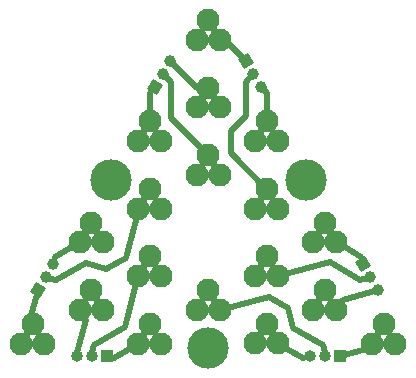
<source format=gbr>
%TF.GenerationSoftware,KiCad,Pcbnew,6.0.4-6f826c9f35~116~ubuntu18.04.1*%
%TF.CreationDate,2022-11-28T19:03:47+03:00*%
%TF.ProjectId,free_dry_electrodes_16x3_4cm,66726565-5f64-4727-995f-656c65637472,rev?*%
%TF.SameCoordinates,Original*%
%TF.FileFunction,Copper,L1,Top*%
%TF.FilePolarity,Positive*%
%FSLAX46Y46*%
G04 Gerber Fmt 4.6, Leading zero omitted, Abs format (unit mm)*
G04 Created by KiCad (PCBNEW 6.0.4-6f826c9f35~116~ubuntu18.04.1) date 2022-11-28 19:03:47*
%MOMM*%
%LPD*%
G01*
G04 APERTURE LIST*
G04 Aperture macros list*
%AMHorizOval*
0 Thick line with rounded ends*
0 $1 width*
0 $2 $3 position (X,Y) of the first rounded end (center of the circle)*
0 $4 $5 position (X,Y) of the second rounded end (center of the circle)*
0 Add line between two ends*
20,1,$1,$2,$3,$4,$5,0*
0 Add two circle primitives to create the rounded ends*
1,1,$1,$2,$3*
1,1,$1,$4,$5*%
%AMRotRect*
0 Rectangle, with rotation*
0 The origin of the aperture is its center*
0 $1 length*
0 $2 width*
0 $3 Rotation angle, in degrees counterclockwise*
0 Add horizontal line*
21,1,$1,$2,0,0,$3*%
G04 Aperture macros list end*
%TA.AperFunction,ComponentPad*%
%ADD10C,3.500000*%
%TD*%
%TA.AperFunction,ComponentPad*%
%ADD11RotRect,1.000000X1.000000X150.000000*%
%TD*%
%TA.AperFunction,ComponentPad*%
%ADD12HorizOval,1.000000X0.000000X0.000000X0.000000X0.000000X0*%
%TD*%
%TA.AperFunction,ComponentPad*%
%ADD13HorizOval,1.000000X0.000000X0.000000X0.000000X0.000000X0*%
%TD*%
%TA.AperFunction,ComponentPad*%
%ADD14RotRect,1.000000X1.000000X30.000000*%
%TD*%
%TA.AperFunction,ComponentPad*%
%ADD15R,1.000000X1.000000*%
%TD*%
%TA.AperFunction,ComponentPad*%
%ADD16O,1.000000X1.000000*%
%TD*%
%TA.AperFunction,ComponentPad*%
%ADD17O,1.950000X1.950000*%
%TD*%
%TA.AperFunction,Conductor*%
%ADD18C,0.500000*%
%TD*%
G04 APERTURE END LIST*
D10*
%TO.P,REF\u002A\u002A,1*%
%TO.N,N/C*%
X0Y-9525000D03*
%TD*%
D11*
%TO.P,J22,1,Pin_1*%
%TO.N,/J16*%
X-14385653Y-4596682D03*
D12*
%TO.P,J22,2,Pin_2*%
%TO.N,/J6*%
X-13750653Y-3496830D03*
%TO.P,J22,3,Pin_3*%
%TO.N,/J9*%
X-13115653Y-2396977D03*
%TD*%
D13*
%TO.P,J21,3,Pin_3*%
%TO.N,/J10*%
X14364512Y-4560064D03*
%TO.P,J21,2,Pin_2*%
%TO.N,/J17*%
X13729512Y-3460211D03*
D14*
%TO.P,J21,1,Pin_1*%
%TO.N,/J7*%
X13094512Y-2360359D03*
%TD*%
%TO.P,J19,1,Pin_1*%
%TO.N,/J1*%
X3188106Y14798039D03*
D13*
%TO.P,J19,2,Pin_2*%
%TO.N,/J5*%
X3823106Y13698187D03*
%TO.P,J19,3,Pin_3*%
%TO.N,/J3*%
X4458106Y12598334D03*
%TD*%
D15*
%TO.P,J24,1,Pin_1*%
%TO.N,/J15*%
X-8605600Y-10160000D03*
D16*
%TO.P,J24,2,Pin_2*%
%TO.N,/J18*%
X-9875600Y-10160000D03*
%TO.P,J24,3,Pin_3*%
%TO.N,/J12*%
X-11145600Y-10160000D03*
%TD*%
D11*
%TO.P,J20,1,Pin_1*%
%TO.N,/J4*%
X-4477508Y12564730D03*
D12*
%TO.P,J20,2,Pin_2*%
%TO.N,/J8*%
X-3842508Y13664582D03*
%TO.P,J20,3,Pin_3*%
%TO.N,/J2*%
X-3207508Y14764435D03*
%TD*%
D10*
%TO.P,REF\u002A\u002A,1*%
%TO.N,N/C*%
X-8248892Y4762500D03*
%TD*%
%TO.P,REF\u002A\u002A,1*%
%TO.N,N/C*%
X8248892Y4762500D03*
%TD*%
D15*
%TO.P,J23,1,Pin_1*%
%TO.N,/J13*%
X11150600Y-10160000D03*
D16*
%TO.P,J23,2,Pin_2*%
%TO.N,/J11*%
X9880600Y-10160000D03*
%TO.P,J23,3,Pin_3*%
%TO.N,/J14*%
X8610600Y-10160000D03*
%TD*%
D17*
%TO.P,J1,1,Pin_1*%
%TO.N,/J1*%
X0Y18270000D03*
%TO.P,J1,2,Pin_2*%
X-974278Y16582501D03*
%TO.P,J1,3,Pin_3*%
X974278Y16582500D03*
%TD*%
%TO.P,J4,1,Pin_1*%
%TO.N,/J4*%
X-4949335Y9697500D03*
%TO.P,J4,2,Pin_2*%
X-5923613Y8010001D03*
%TO.P,J4,3,Pin_3*%
X-3975057Y8010000D03*
%TD*%
%TO.P,J14,1,Pin_1*%
%TO.N,/J14*%
X4937059Y-7426238D03*
%TO.P,J14,2,Pin_2*%
X3962781Y-9113737D03*
%TO.P,J14,3,Pin_3*%
X5911337Y-9113738D03*
%TD*%
%TO.P,J3,1,Pin_1*%
%TO.N,/J3*%
X4949335Y9697500D03*
%TO.P,J3,2,Pin_2*%
X3975057Y8010001D03*
%TO.P,J3,3,Pin_3*%
X5923613Y8010000D03*
%TD*%
%TO.P,J10,1,Pin_1*%
%TO.N,/J10*%
X9874119Y-4575825D03*
%TO.P,J10,2,Pin_2*%
X8899841Y-6263324D03*
%TO.P,J10,3,Pin_3*%
X10848397Y-6263325D03*
%TD*%
%TO.P,J18,1,Pin_1*%
%TO.N,/J18*%
X-4949335Y-1732500D03*
%TO.P,J18,2,Pin_2*%
X-5923613Y-3419999D03*
%TO.P,J18,3,Pin_3*%
X-3975057Y-3420000D03*
%TD*%
%TO.P,J5,1,Pin_1*%
%TO.N,/J5*%
X4949335Y3982500D03*
%TO.P,J5,2,Pin_2*%
X3975057Y2295001D03*
%TO.P,J5,3,Pin_3*%
X5923613Y2295000D03*
%TD*%
%TO.P,J2,1,Pin_1*%
%TO.N,/J2*%
X0Y12555000D03*
%TO.P,J2,2,Pin_2*%
X-974278Y10867501D03*
%TO.P,J2,3,Pin_3*%
X974278Y10867500D03*
%TD*%
%TO.P,J16,1,Pin_1*%
%TO.N,/J16*%
X-14848006Y-7447500D03*
%TO.P,J16,2,Pin_2*%
X-15822284Y-9134999D03*
%TO.P,J16,3,Pin_3*%
X-13873728Y-9135000D03*
%TD*%
%TO.P,J6,1,Pin_1*%
%TO.N,/J6*%
X-4949335Y3982500D03*
%TO.P,J6,2,Pin_2*%
X-5923613Y2295001D03*
%TO.P,J6,3,Pin_3*%
X-3975057Y2295000D03*
%TD*%
%TO.P,J12,1,Pin_1*%
%TO.N,/J12*%
X-9898670Y-4590000D03*
%TO.P,J12,2,Pin_2*%
X-10872948Y-6277499D03*
%TO.P,J12,3,Pin_3*%
X-8924392Y-6277500D03*
%TD*%
%TO.P,J7,1,Pin_1*%
%TO.N,/J7*%
X9874119Y1125000D03*
%TO.P,J7,2,Pin_2*%
X8899841Y-562499D03*
%TO.P,J7,3,Pin_3*%
X10848397Y-562500D03*
%TD*%
%TO.P,J17,1,Pin_1*%
%TO.N,/J17*%
X4949335Y-1732500D03*
%TO.P,J17,2,Pin_2*%
X3975057Y-3419999D03*
%TO.P,J17,3,Pin_3*%
X5923613Y-3420000D03*
%TD*%
%TO.P,J8,1,Pin_1*%
%TO.N,/J8*%
X0Y6840000D03*
%TO.P,J8,2,Pin_2*%
X-974278Y5152501D03*
%TO.P,J8,3,Pin_3*%
X974278Y5152500D03*
%TD*%
%TO.P,J15,1,Pin_1*%
%TO.N,/J15*%
X-4949335Y-7447500D03*
%TO.P,J15,2,Pin_2*%
X-5923613Y-9134999D03*
%TO.P,J15,3,Pin_3*%
X-3975057Y-9135000D03*
%TD*%
%TO.P,J13,1,Pin_1*%
%TO.N,/J13*%
X14848006Y-7447500D03*
%TO.P,J13,2,Pin_2*%
X13873728Y-9134999D03*
%TO.P,J13,3,Pin_3*%
X15822284Y-9135000D03*
%TD*%
%TO.P,J9,1,Pin_1*%
%TO.N,/J9*%
X-9898670Y1125000D03*
%TO.P,J9,2,Pin_2*%
X-10872948Y-562499D03*
%TO.P,J9,3,Pin_3*%
X-8924392Y-562500D03*
%TD*%
%TO.P,J11,1,Pin_1*%
%TO.N,/J11*%
X0Y-4590000D03*
%TO.P,J11,2,Pin_2*%
X-974278Y-6277499D03*
%TO.P,J11,3,Pin_3*%
X974278Y-6277500D03*
%TD*%
D18*
%TO.N,/J12*%
X-8924393Y-6277500D02*
X-9898671Y-4590000D01*
%TO.N,/J16*%
X-13873728Y-9135000D02*
X-14848006Y-7447500D01*
%TO.N,/J9*%
X-8924393Y-562500D02*
X-9898670Y1125001D01*
%TO.N,/J18*%
X-3975058Y-3420000D02*
X-4949335Y-1732501D01*
%TO.N,/J15*%
X-3975058Y-9135000D02*
X-4949335Y-7447499D01*
%TO.N,/J11*%
X974277Y-6277500D02*
X-1Y-4589999D01*
%TO.N,/J6*%
X-3975058Y2295000D02*
X-4949335Y3982500D01*
%TO.N,/J1*%
X974277Y16582500D02*
X0Y18270001D01*
%TO.N,/J4*%
X-3975058Y8009999D02*
X-4949335Y9697500D01*
%TO.N,/J2*%
X974278Y10867500D02*
X0Y12555000D01*
%TO.N,/J3*%
X5923613Y8010000D02*
X4949335Y9697500D01*
%TO.N,/J8*%
X974278Y5152500D02*
X0Y6840000D01*
%TO.N,/J5*%
X5923613Y2295000D02*
X4949335Y3982500D01*
%TO.N,/J7*%
X10848397Y-562500D02*
X9874119Y1125000D01*
%TO.N,/J17*%
X5923613Y-3420000D02*
X4949335Y-1732499D01*
%TO.N,/J14*%
X5911337Y-9113738D02*
X4937060Y-7426238D01*
%TO.N,/J10*%
X10848396Y-6263325D02*
X9874119Y-4575825D01*
%TO.N,/J13*%
X15822283Y-9135000D02*
X14848006Y-7447500D01*
X14848006Y-7447500D02*
X13873728Y-9134999D01*
%TO.N,/J14*%
X4937060Y-7426238D02*
X3962782Y-9113737D01*
%TO.N,/J10*%
X9874119Y-4575825D02*
X8899841Y-6263324D01*
%TO.N,/J7*%
X9874119Y1125000D02*
X8899841Y-562499D01*
%TO.N,/J16*%
X-14848006Y-7447500D02*
X-15822284Y-9134999D01*
%TO.N,/J17*%
X4949335Y-1732499D02*
X3975057Y-3419998D01*
%TO.N,/J5*%
X4949335Y3982500D02*
X3975057Y2295001D01*
%TO.N,/J11*%
X1Y-4589999D02*
X-974277Y-6277498D01*
%TO.N,/J15*%
X-4949335Y-7447499D02*
X-5923613Y-9134998D01*
%TO.N,/J18*%
X-4949335Y-1732499D02*
X-5923613Y-3419998D01*
%TO.N,/J12*%
X-9898670Y-4589999D02*
X-10872948Y-6277498D01*
%TO.N,/J9*%
X-9898670Y1125001D02*
X-10872948Y-562498D01*
%TO.N,/J6*%
X-4949335Y3982500D02*
X-5923613Y2295001D01*
%TO.N,/J4*%
X-4949335Y9697500D02*
X-5923613Y8010001D01*
%TO.N,/J8*%
X0Y6840000D02*
X-974278Y5152501D01*
%TO.N,/J3*%
X4949335Y9697500D02*
X3975057Y8010001D01*
%TO.N,/J2*%
X0Y12555000D02*
X-974278Y10867501D01*
%TO.N,/J1*%
X0Y18270001D02*
X-974278Y16582502D01*
%TO.N,/J3*%
X3975057Y8010001D02*
X5923613Y8010000D01*
%TO.N,/J2*%
X-974278Y10867501D02*
X974278Y10867500D01*
%TO.N,/J1*%
X-974278Y16582501D02*
X974277Y16582500D01*
%TO.N,/J11*%
X-974278Y-6277499D02*
X974278Y-6277499D01*
%TO.N,/J13*%
X13873728Y-9134999D02*
X15822284Y-9135000D01*
%TO.N,/J7*%
X8899841Y-562499D02*
X10848397Y-562500D01*
%TO.N,/J10*%
X8899841Y-6263324D02*
X10848397Y-6263325D01*
%TO.N,/J14*%
X3962782Y-9113737D02*
X5911337Y-9113738D01*
%TO.N,/J17*%
X3975057Y-3419999D02*
X5923613Y-3420000D01*
%TO.N,/J5*%
X3975057Y2295001D02*
X5923613Y2295000D01*
%TO.N,/J8*%
X-974278Y5152501D02*
X974278Y5152500D01*
%TO.N,/J4*%
X-5923613Y8010001D02*
X-3975057Y8010000D01*
%TO.N,/J6*%
X-5923613Y2295001D02*
X-3975057Y2295000D01*
%TO.N,/J9*%
X-10872948Y-562498D02*
X-8924392Y-562500D01*
%TO.N,/J15*%
X-5923613Y-9134999D02*
X-3975057Y-9135001D01*
%TO.N,/J18*%
X-5923613Y-3419999D02*
X-3975057Y-3419999D01*
%TO.N,/J12*%
X-10872948Y-6277499D02*
X-8924392Y-6277499D01*
%TO.N,/J16*%
X-15822284Y-9134999D02*
X-13873728Y-9135000D01*
%TO.N,/J9*%
X-10872949Y-562500D02*
X-12959728Y-1767303D01*
%TO.N,/J15*%
X-5923614Y-9135000D02*
X-7998094Y-10332701D01*
X-7998094Y-10332701D02*
X-8642621Y-10160001D01*
%TO.N,/J16*%
X-14848005Y-7447501D02*
X-15062689Y-7075658D01*
%TO.N,/J18*%
X-7085744Y-7757132D02*
X-9668296Y-9248168D01*
X-5923614Y-3420000D02*
X-7085744Y-7757132D01*
%TO.N,/J6*%
X-7001687Y-1842722D02*
X-8651466Y-2795222D01*
X-5923614Y2295000D02*
X-5902696Y2258770D01*
X-8651466Y-2795222D02*
X-10386318Y-2330369D01*
X-5902696Y2258770D02*
X-7001687Y-1842722D01*
X-10386318Y-2330369D02*
X-12889202Y-3775410D01*
%TO.N,/J18*%
X-9668296Y-9248168D02*
X-9912621Y-10160001D01*
%TO.N,/J9*%
X-12959728Y-1767303D02*
X-13139530Y-2438334D01*
%TO.N,/J16*%
X-15062689Y-7075658D02*
X-14409531Y-4638039D01*
%TO.N,/J6*%
X-12889202Y-3775410D02*
X-13774531Y-3538187D01*
%TO.N,/J12*%
X-10373912Y-7141857D02*
X-11182622Y-10160001D01*
X-10872949Y-6277500D02*
X-10373912Y-7141857D01*
%TO.N,/J14*%
X5923614Y-9135000D02*
X8010393Y-10339802D01*
%TO.N,/J7*%
X10872949Y-562500D02*
X12947429Y-1760202D01*
X12947429Y-1760202D02*
X13120129Y-2404729D01*
%TO.N,/J13*%
X13873728Y-9134999D02*
X13659044Y-9506842D01*
%TO.N,/J17*%
X10260745Y-2257868D02*
X12843296Y-3748906D01*
X5923614Y-3420000D02*
X10260745Y-2257868D01*
%TO.N,/J11*%
X5096688Y-5142278D02*
X6746466Y-6094778D01*
X974279Y-6277500D02*
X995196Y-6241270D01*
X6746466Y-6094778D02*
X7211318Y-7829631D01*
X995196Y-6241270D02*
X5096688Y-5142278D01*
X7211318Y-7829631D02*
X9714202Y-9274671D01*
%TO.N,/J17*%
X12843296Y-3748906D02*
X13755129Y-3504581D01*
%TO.N,/J14*%
X8010393Y-10339802D02*
X8681424Y-10160000D01*
%TO.N,/J13*%
X13659044Y-9506842D02*
X11221425Y-10160000D01*
%TO.N,/J11*%
X9714202Y-9274671D02*
X9951425Y-10160000D01*
%TO.N,/J10*%
X11371986Y-5413143D02*
X14390130Y-4604434D01*
X10872949Y-6277500D02*
X11371986Y-5413143D01*
%TO.N,/J1*%
X974277Y16582500D02*
X1403645Y16582500D01*
X1403645Y16582500D02*
X3188106Y14798039D01*
%TO.N,/J4*%
X-4949335Y9697500D02*
X-4949335Y12092903D01*
X-4949335Y12092903D02*
X-4477508Y12564730D01*
%TO.N,/J8*%
X0Y6840000D02*
X-3175001Y10015000D01*
X-3175001Y10015000D02*
X-3175000Y12997074D01*
X-3175000Y12997074D02*
X-3842508Y13664582D01*
%TO.N,/J2*%
X0Y12555000D02*
X-998074Y12555000D01*
X-998074Y12555000D02*
X-3207508Y14764435D01*
%TO.N,/J5*%
X4949335Y3982500D02*
X4907500Y3982500D01*
X4907500Y3982500D02*
X1904999Y6985000D01*
X3175000Y10160000D02*
X3175000Y13050081D01*
X1904999Y6985000D02*
X1905000Y8890000D01*
X1905000Y8890000D02*
X3175000Y10160000D01*
X3175000Y13050081D02*
X3823106Y13698187D01*
%TO.N,/J3*%
X4949335Y9697500D02*
X4949335Y12107105D01*
X4949335Y12107105D02*
X4458106Y12598334D01*
%TD*%
M02*

</source>
